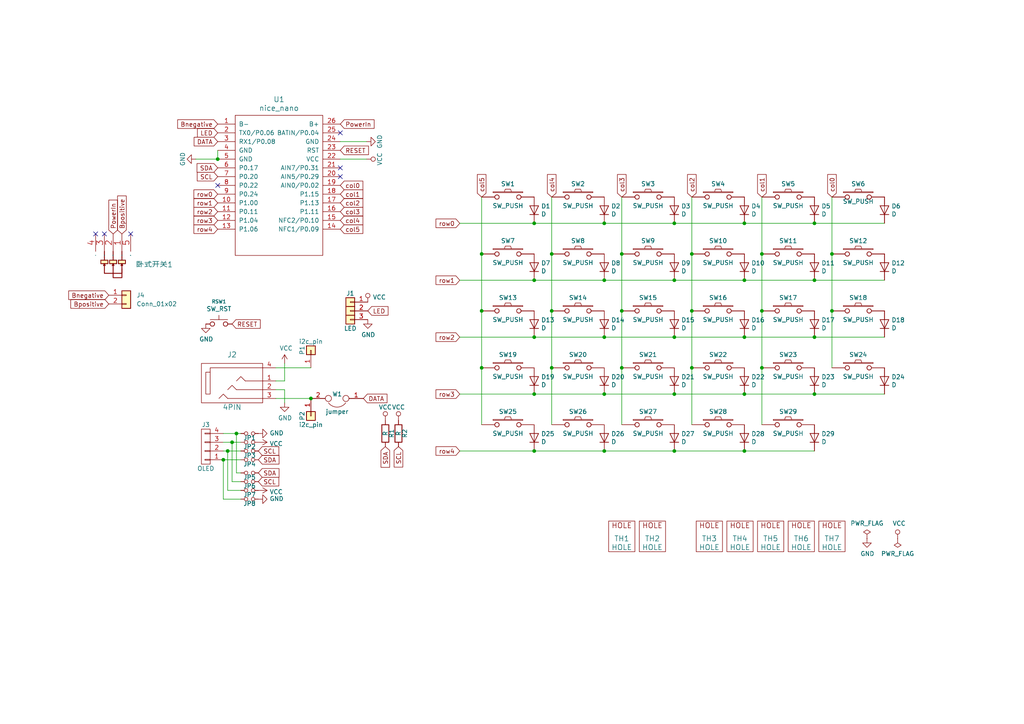
<source format=kicad_sch>
(kicad_sch (version 20230121) (generator eeschema)
  (paper "A4")
  (lib_symbols
    (symbol "Connector_Generic:Conn_01x02" (pin_names (offset 1.016) hide)
      (property "Reference" "J" (at 0 2.54 0))
      (property "Value" "Conn_01x02" (at 0 -5.08 0))
      (symbol "Conn_01x02_1_1"
        (rectangle (start -1.27 -2.413) (end 0 -2.667) (stroke (width 0.1524)))
        (rectangle (start -1.27 0.127) (end 0 -0.127) (stroke (width 0.1524)))
        (rectangle (start -1.27 1.27) (end 1.27 -3.81) (stroke (width 0.254)) (fill (type background)))
        (pin passive line (at -5.08 0 0) (length 3.81) (name "Pin_1") (number "1"))
        (pin passive line (at -5.08 -2.54 0) (length 3.81) (name "Pin_2") (number "2"))
      )
    )
    (symbol "Lily58_Pro-rescue:D-Lily58-cache" (pin_numbers hide) (pin_names (offset 1.016) hide)
      (property "Reference" "D" (at 0 2.54 0))
      (property "Value" "Lily58-cache:D" (at 0 -2.54 0))
      (symbol "D-Lily58-cache_0_1"
        (polyline (pts (xy -1.27 1.27) (xy -1.27 -1.27)) (stroke (width 0.2032)))
        (polyline (pts (xy 1.27 0) (xy -1.27 0)))
        (polyline (pts (xy 1.27 1.27) (xy 1.27 -1.27) (xy -1.27 0) (xy 1.27 1.27)) (stroke (width 0.2032)))
      )
      (symbol "D-Lily58-cache_1_1"
        (pin passive line (at -3.81 0 0) (length 2.54) (name "K") (number "1"))
        (pin passive line (at 3.81 0 180) (length 2.54) (name "A") (number "2"))
      )
    )
    (symbol "Lily58_Pro-rescue:GND-Lily58-cache" (power) (pin_names (offset 0))
      (property "Value" "GND-Lily58-cache" (at 0 -3.81 0))
      (symbol "GND-Lily58-cache_1_1"
        (polyline (pts (xy 0 0) (xy 0 -1.27) (xy 1.27 -1.27) (xy 0 -2.54) (xy -1.27 -1.27) (xy 0 -1.27)))
        (pin power_in line (at 0 0 0) (length 0) hide (name "GND") (number "1"))
      )
    )
    (symbol "Lily58_Pro-rescue:HOLE-Lily58-cache" (pin_names (offset 1.016))
      (property "Reference" "U" (at 0 0 0))
      (property "Value" "Lily58-cache:HOLE" (at 0 -5.08 0))
      (symbol "HOLE-Lily58-cache_0_0"
        (text "HOLE" (at 0 3.81 0) (effects (font (size 1.524 1.524))))
      )
      (symbol "HOLE-Lily58-cache_0_1"
        (rectangle (start 3.81 5.08) (end -3.81 -3.81))
      )
    )
    (symbol "Lily58_Pro-rescue:Jumper-Device" (pin_names (offset 0.762) hide)
      (property "Reference" "JP" (at 0 3.81 0))
      (property "Value" "Device:Jumper" (at 0 -2.032 0))
      (symbol "Jumper-Device_0_1"
        (circle (center -2.54 0) (radius 0.889))
        (arc (start 2.5146 1.27) (mid 0.0078 2.5097) (end -2.4892 1.27))
        (circle (center 2.54 0) (radius 0.889))
        (pin passive line (at -7.62 0 0) (length 4.191) (name "1") (number "1"))
        (pin passive line (at 7.62 0 180) (length 4.191) (name "2") (number "2"))
      )
    )
    (symbol "Lily58_Pro-rescue:Jumper_NO_Small-Device" (pin_numbers hide) (pin_names (offset 0.762) hide)
      (property "Reference" "JP" (at 0 2.032 0))
      (property "Value" "Device:Jumper_NO_Small" (at 0.254 -1.524 0))
      (symbol "Jumper_NO_Small-Device_0_1"
        (circle (center -1.016 0) (radius 0.508))
        (circle (center 1.016 0) (radius 0.508))
        (pin passive line (at -2.54 0 0) (length 1.016) (name "1") (number "1"))
        (pin passive line (at 2.54 0 180) (length 1.016) (name "2") (number "2"))
      )
    )
    (symbol "Lily58_Pro-rescue:LED-Lily58-cache" (pin_names (offset 1.016) hide)
      (property "Reference" "J" (at 0 5.08 0))
      (property "Value" "Lily58-cache:LED" (at 0 -5.08 0))
      (symbol "LED-Lily58-cache_1_1"
        (rectangle (start -1.27 3.81) (end 1.27 -3.81) (stroke (width 0.254)) (fill (type background)))
        (rectangle (start 0 -2.413) (end 1.27 -2.667) (stroke (width 0.1524)))
        (polyline (pts (xy -1.27 -1.27) (xy 1.27 -1.27)) (stroke (width 0.254)))
        (polyline (pts (xy -1.27 1.27) (xy 1.27 1.27)) (stroke (width 0.254)))
        (rectangle (start 0 0.127) (end 1.27 -0.127) (stroke (width 0.1524)))
        (rectangle (start 0 2.667) (end 1.27 2.413) (stroke (width 0.1524)))
        (pin passive line (at 5.08 2.54 180) (length 3.81) (name "Pin_1") (number "1"))
        (pin passive line (at 5.08 0 180) (length 3.81) (name "Pin_2") (number "2"))
        (pin passive line (at 5.08 -2.54 180) (length 3.81) (name "Pin_3") (number "3"))
      )
    )
    (symbol "Lily58_Pro-rescue:MJ-4PP-9-Lily58-cache" (pin_names (offset 1.016))
      (property "Reference" "J" (at -8.89 -7.62 0))
      (property "Value" "Lily58-cache:MJ-4PP-9" (at -3.81 6.35 0))
      (symbol "MJ-4PP-9-Lily58-cache_0_1"
        (rectangle (start -7.62 2.54) (end -8.89 -3.81))
        (polyline (pts (xy 2.54 0) (xy 7.62 0)))
        (polyline (pts (xy -2.54 -5.08) (xy 7.62 -5.08) (xy 7.62 -5.08)))
        (polyline (pts (xy 0 -2.54) (xy -1.27 -1.27) (xy -2.54 -2.54)))
        (polyline (pts (xy 0 0) (xy 1.27 1.27) (xy 2.54 0)))
        (polyline (pts (xy 7.62 3.81) (xy -7.62 3.81) (xy -7.62 2.54)))
        (polyline (pts (xy -2.54 -5.08) (xy -3.81 -3.81) (xy -5.08 -5.08) (xy -5.08 -5.08)))
        (polyline (pts (xy 0 -2.54) (xy 7.62 -2.54) (xy 7.62 -2.54) (xy 7.62 -2.54)))
        (rectangle (start 7.62 -6.35) (end -10.16 5.08))
      )
      (symbol "MJ-4PP-9-Lily58-cache_1_1"
        (pin passive line (at 11.43 0 180) (length 3.81) (name "~") (number "1"))
        (pin passive line (at 11.43 -2.54 180) (length 3.81) (name "~") (number "2"))
        (pin passive line (at 11.43 -5.08 180) (length 3.81) (name "~") (number "3"))
        (pin passive line (at 11.43 3.81 180) (length 3.81) (name "~") (number "4"))
      )
    )
    (symbol "Lily58_Pro-rescue:OLED-Lily58-cache" (pin_names (offset 1.016) hide)
      (property "Reference" "J" (at 0 6.35 0))
      (property "Value" "Lily58-cache:OLED" (at 2.54 0 90))
      (symbol "OLED-Lily58-cache_0_1"
        (rectangle (start -1.27 -3.683) (end 0.254 -3.937))
        (rectangle (start -1.27 -1.143) (end 0.254 -1.397))
        (rectangle (start -1.27 1.397) (end 0.254 1.143))
        (rectangle (start -1.27 3.937) (end 0.254 3.683))
        (rectangle (start -1.27 5.08) (end 1.27 -5.08))
      )
      (symbol "OLED-Lily58-cache_1_1"
        (pin passive line (at -5.08 3.81 0) (length 3.81) (name "P1") (number "1"))
        (pin passive line (at -5.08 1.27 0) (length 3.81) (name "P2") (number "2"))
        (pin passive line (at -5.08 -1.27 0) (length 3.81) (name "P3") (number "3"))
        (pin passive line (at -5.08 -3.81 0) (length 3.81) (name "P4") (number "4"))
      )
    )
    (symbol "Lily58_Pro-rescue:PWR_FLAG-Lily58-cache" (power) (pin_numbers hide) (pin_names (offset 0) hide)
      (property "Value" "PWR_FLAG-Lily58-cache" (at 0 3.81 0))
      (symbol "PWR_FLAG-Lily58-cache_0_0"
        (pin power_out line (at 0 0 90) (length 0) (name "pwr") (number "1"))
      )
      (symbol "PWR_FLAG-Lily58-cache_0_1"
        (polyline (pts (xy 0 0) (xy 0 1.27) (xy -1.016 1.905) (xy 0 2.54) (xy 1.016 1.905) (xy 0 1.27)))
      )
    )
    (symbol "Lily58_Pro-rescue:R-Lily58-cache" (pin_numbers hide) (pin_names (offset 0))
      (property "Reference" "R" (at 0 0 90))
      (property "Value" "Lily58-cache:R" (at -2.54 0 90))
      (symbol "R-Lily58-cache_0_1"
        (rectangle (start -1.016 -2.54) (end 1.016 2.54) (stroke (width 0.254)))
      )
      (symbol "R-Lily58-cache_1_1"
        (pin passive line (at 0 3.81 270) (length 1.27) (name "~") (number "1"))
        (pin passive line (at 0 -3.81 90) (length 1.27) (name "~") (number "2"))
      )
    )
    (symbol "Lily58_Pro-rescue:SW_PUSH-Lily58-cache" (pin_numbers hide) (pin_names (offset 1.016) hide)
      (property "Reference" "SW" (at 3.81 2.794 0))
      (property "Value" "Lily58-cache:SW_PUSH" (at 0 -2.032 0))
      (symbol "SW_PUSH-Lily58-cache_0_1"
        (rectangle (start -4.318 1.27) (end 4.318 1.524))
        (polyline (pts (xy -1.016 1.524) (xy -0.762 2.286) (xy 0.762 2.286) (xy 1.016 1.524)))
        (pin passive inverted (at -7.62 0 0) (length 5.08) (name "1") (number "1"))
        (pin passive inverted (at 7.62 0 180) (length 5.08) (name "2") (number "2"))
      )
    )
    (symbol "Lily58_Pro-rescue:SW_RST-Lily58-cache" (pin_numbers hide) (pin_names (offset 1.016) hide)
      (property "Reference" "RSW" (at 2.54 2.54 0))
      (property "Value" "Lily58-cache:SW_RST" (at 0 -2.54 0))
      (symbol "SW_RST-Lily58-cache_0_1"
        (polyline (pts (xy -2.54 1.27) (xy 2.54 1.27)))
        (polyline (pts (xy 0 2.54) (xy 0 1.27)))
        (pin passive inverted (at -3.81 0 0) (length 2.54) (name "1") (number "1"))
        (pin passive inverted (at 3.81 0 180) (length 2.54) (name "2") (number "2"))
      )
    )
    (symbol "Lily58_Pro-rescue:VCC-Lily58-cache" (power) (pin_names (offset 0))
      (property "Value" "VCC-Lily58-cache" (at 0 3.81 0))
      (symbol "VCC-Lily58-cache_0_1"
        (polyline (pts (xy 0 0) (xy 0 1.27)))
        (circle (center 0 1.905) (radius 0.635))
      )
      (symbol "VCC-Lily58-cache_1_1"
        (pin power_in line (at 0 0 90) (length 0) hide (name "VCC") (number "1"))
      )
    )
    (symbol "Lily58_Pro-rescue:i2c_pin-Lily58-cache" (pin_names (offset 1.016) hide)
      (property "Reference" "J" (at 0 2.54 0))
      (property "Value" "Lily58-cache:i2c_pin" (at 0 -2.54 0))
      (symbol "i2c_pin-Lily58-cache_1_1"
        (rectangle (start -1.27 0.127) (end 0 -0.127) (stroke (width 0.1524)))
        (rectangle (start -1.27 1.27) (end 1.27 -1.27) (stroke (width 0.254)) (fill (type background)))
        (pin passive line (at -5.08 0 0) (length 3.81) (name "Pin_1") (number "1"))
      )
    )
    (symbol "Switch:SK12D07VG5" (pin_names (offset 1.016))
      (property "Reference" "卧式开关" (at 5.08 6.35 0))
      (symbol "SK12D07VG5_0_1"
        (rectangle (start -3.556 2.54) (end -1.524 3.556) (stroke (width 0.254)) (fill (type background)))
        (rectangle (start -1.016 2.54) (end 1.016 3.556) (stroke (width 0.254)) (fill (type background)))
        (polyline (pts (xy -2.54 0) (xy -2.54 2.54)) (stroke (width 0.254)))
        (polyline (pts (xy 0 0) (xy 0 2.54)) (stroke (width 0.254)))
        (polyline (pts (xy 2.54 0) (xy 2.54 2.54)) (stroke (width 0.254)))
        (polyline (pts (xy -2.54 3.556) (xy -2.54 6.35) (xy -2.54 6.35) (xy -2.54 6.35) (xy -2.54 6.35) (xy 2.54 6.35) (xy 2.54 6.35) (xy 2.54 6.35) (xy 2.54 6.35) (xy 2.54 3.556)) (stroke (width 0.254)))
        (polyline (pts (xy -2.54 5.08) (xy -2.54 7.62) (xy -2.54 7.62) (xy -2.54 7.62) (xy -2.54 7.62) (xy 0 7.62) (xy 0 7.62) (xy 0 7.62) (xy 0 7.62) (xy 0 3.556)) (stroke (width 0.254)))
        (polyline (pts (xy -2.286 4.064) (xy -2.794 4.064) (xy -2.794 4.064) (xy -2.794 4.064) (xy -2.794 4.064) (xy -2.54 3.556) (xy -2.54 3.556) (xy -2.54 3.556) (xy -2.54 3.556) (xy -2.286 4.064)) (stroke (width 0.254)))
        (polyline (pts (xy 0.254 4.064) (xy -0.254 4.064) (xy -0.254 4.064) (xy -0.254 4.064) (xy -0.254 4.064) (xy 0 3.556) (xy 0 3.556) (xy 0 3.556) (xy 0 3.556) (xy 0.254 4.064)) (stroke (width 0.254)))
        (polyline (pts (xy 2.794 4.064) (xy 2.286 4.064) (xy 2.286 4.064) (xy 2.286 4.064) (xy 2.286 4.064) (xy 2.54 3.556) (xy 2.54 3.556) (xy 2.54 3.556) (xy 2.54 3.556) (xy 2.794 4.064)) (stroke (width 0.254)))
        (rectangle (start 1.524 2.54) (end 3.556 3.556) (stroke (width 0.254)) (fill (type background)))
        (pin passive line (at -2.54 -5.08 90) (length 5.08) (name "1") (number "1"))
        (pin passive line (at 0 -5.08 90) (length 5.08) (name "2") (number "2"))
        (pin passive line (at 2.54 -5.08 90) (length 5.08) (name "3") (number "3"))
        (pin passive line (at 5.08 -5.08 90) (length 5.08) (name "4") (number "4"))
        (pin passive line (at -5.08 -5.08 90) (length 5.08) (name "5") (number "5"))
      )
    )
    (symbol "nice_nano:nice_nano" (pin_names (offset 1.016))
      (property "Reference" "U" (at 0 0 0))
      (property "Value" "nice_nano" (at 0 2.54 0))
      (symbol "nice_nano_0_1"
        (rectangle (start -12.7 19.05) (end 12.7 -21.59))
      )
      (symbol "nice_nano_1_1"
        (pin power_in line (at -17.78 16.51 0) (length 5.08) (name "B-") (number "1"))
        (pin bidirectional line (at -17.78 -6.35 0) (length 5.08) (name "P1.00") (number "10"))
        (pin bidirectional line (at -17.78 -8.89 0) (length 5.08) (name "P0.11") (number "11"))
        (pin bidirectional line (at -17.78 -11.43 0) (length 5.08) (name "P1.04") (number "12"))
        (pin bidirectional line (at -17.78 -13.97 0) (length 5.08) (name "P1.06") (number "13"))
        (pin bidirectional line (at 17.78 -13.97 180) (length 5.08) (name "NFC1/P0.09") (number "14"))
        (pin bidirectional line (at 17.78 -11.43 180) (length 5.08) (name "NFC2/P0.10") (number "15"))
        (pin bidirectional line (at 17.78 -8.89 180) (length 5.08) (name "P1.11") (number "16"))
        (pin bidirectional line (at 17.78 -6.35 180) (length 5.08) (name "P1.13") (number "17"))
        (pin bidirectional line (at 17.78 -3.81 180) (length 5.08) (name "P1.15") (number "18"))
        (pin bidirectional line (at 17.78 -1.27 180) (length 5.08) (name "AIN0/P0.02") (number "19"))
        (pin bidirectional line (at -17.78 13.97 0) (length 5.08) (name "TX0/P0.06") (number "2"))
        (pin bidirectional line (at 17.78 1.27 180) (length 5.08) (name "AIN5/P0.29") (number "20"))
        (pin bidirectional line (at 17.78 3.81 180) (length 5.08) (name "AIN7/P0.31") (number "21"))
        (pin bidirectional line (at 17.78 6.35 180) (length 5.08) (name "VCC") (number "22"))
        (pin power_in line (at 17.78 8.89 180) (length 5.08) (name "RST") (number "23"))
        (pin input line (at 17.78 11.43 180) (length 5.08) (name "GND") (number "24"))
        (pin power_out line (at 17.78 13.97 180) (length 5.08) (name "BATIN/P0.04") (number "25"))
        (pin power_in line (at 17.78 16.51 180) (length 5.08) (name "B+") (number "26"))
        (pin bidirectional line (at -17.78 11.43 0) (length 5.08) (name "RX1/P0.08") (number "3"))
        (pin power_in line (at -17.78 8.89 0) (length 5.08) (name "GND") (number "4"))
        (pin power_in line (at -17.78 6.35 0) (length 5.08) (name "GND") (number "5"))
        (pin bidirectional line (at -17.78 3.81 0) (length 5.08) (name "P0.17") (number "6"))
        (pin bidirectional line (at -17.78 1.27 0) (length 5.08) (name "P0.20") (number "7"))
        (pin bidirectional line (at -17.78 -1.27 0) (length 5.08) (name "P0.22") (number "8"))
        (pin bidirectional line (at -17.78 -3.81 0) (length 5.08) (name "P0.24") (number "9"))
      )
    )
    (symbol "power:GND" (power) (pin_names (offset 0))
      (property "Value" "GND" (at 0 -3.81 0))
      (symbol "GND_0_1"
        (polyline (pts (xy 0 0) (xy 0 -1.27) (xy 1.27 -1.27) (xy 0 -2.54) (xy -1.27 -1.27) (xy 0 -1.27)))
      )
      (symbol "GND_1_1"
        (pin power_in line (at 0 0 270) (length 0) hide (name "GND") (number "1"))
      )
    )
    (symbol "power:VCC" (power) (pin_names (offset 0))
      (property "Value" "VCC" (at 0 3.81 0))
      (symbol "VCC_0_1"
        (polyline (pts (xy -0.762 1.27) (xy 0 2.54)))
        (polyline (pts (xy 0 0) (xy 0 2.54)))
        (polyline (pts (xy 0 2.54) (xy 0.762 1.27)))
      )
      (symbol "VCC_1_1"
        (pin power_in line (at 0 0 90) (length 0) hide (name "VCC") (number "1"))
      )
    )
  )
  (junction (at 220.98 73.66))
  (junction (at 180.34 90.17))
  (junction (at 175.26 130.81))
  (junction (at 215.9 130.81))
  (junction (at 154.94 97.79))
  (junction (at 154.94 64.77))
  (junction (at 68.58 125.73))
  (junction (at 241.3 90.17))
  (junction (at 200.66 106.68))
  (junction (at 64.77 133.35))
  (junction (at 180.34 106.68))
  (junction (at 139.7 106.68))
  (junction (at 220.98 106.68))
  (junction (at 241.3 73.66))
  (junction (at 160.02 90.17))
  (junction (at 139.7 90.17))
  (junction (at 175.26 97.79))
  (junction (at 195.58 114.3))
  (junction (at 154.94 81.28))
  (junction (at 66.04 130.81))
  (junction (at 220.98 90.17))
  (junction (at 90.17 115.57))
  (junction (at 236.22 81.28))
  (junction (at 215.9 81.28))
  (junction (at 139.7 73.66))
  (junction (at 215.9 114.3))
  (junction (at 175.26 114.3))
  (junction (at 236.22 64.77))
  (junction (at 67.31 128.27))
  (junction (at 195.58 130.81))
  (junction (at 175.26 64.77))
  (junction (at 236.22 114.3))
  (junction (at 200.66 90.17))
  (junction (at 195.58 97.79))
  (junction (at 180.34 73.66))
  (junction (at 236.22 97.79))
  (junction (at 154.94 130.81))
  (junction (at 195.58 81.28))
  (junction (at 175.26 81.28))
  (junction (at 195.58 64.77))
  (junction (at 215.9 64.77))
  (junction (at 160.02 73.66))
  (junction (at 215.9 97.79))
  (junction (at 200.66 73.66))
  (junction (at 160.02 106.68))
  (junction (at 63.1444 46.1518))
  (junction (at 154.94 114.3))
  (no_connect (at 37.8968 67.8434))
  (no_connect (at 27.7368 67.8434))
  (no_connect (at 30.2768 67.8434))
  (no_connect (at 98.7044 51.2318))
  (no_connect (at 63.1444 53.7718))
  (no_connect (at 98.7044 48.6918))
  (no_connect (at 98.7044 38.5318))
  (wire (pts (xy 236.22 81.28) (xy 256.54 81.28)))
  (wire (pts (xy 175.26 81.28) (xy 154.94 81.28)))
  (wire (pts (xy 66.04 130.81) (xy 69.85 130.81)))
  (wire (pts (xy 200.66 73.66) (xy 200.66 90.17)))
  (wire (pts (xy 195.58 81.28) (xy 215.9 81.28)))
  (wire (pts (xy 180.34 90.17) (xy 180.34 106.68)))
  (wire (pts (xy 68.58 125.73) (xy 68.58 137.16)))
  (wire (pts (xy 64.77 144.78) (xy 69.85 144.78)))
  (wire (pts (xy 160.02 106.68) (xy 160.02 123.19)))
  (wire (pts (xy 241.3 90.17) (xy 241.3 73.66)))
  (wire (pts (xy 80.01 113.03) (xy 82.55 113.03)))
  (wire (pts (xy 160.02 57.15) (xy 160.02 73.66)))
  (wire (pts (xy 195.58 64.77) (xy 215.9 64.77)))
  (wire (pts (xy 175.26 64.77) (xy 195.58 64.77)))
  (wire (pts (xy 220.98 73.66) (xy 220.98 90.17)))
  (wire (pts (xy 220.98 106.68) (xy 220.98 90.17)))
  (wire (pts (xy 195.58 97.79) (xy 215.9 97.79)))
  (wire (pts (xy 195.58 114.3) (xy 215.9 114.3)))
  (wire (pts (xy 175.26 97.79) (xy 195.58 97.79)))
  (wire (pts (xy 154.94 64.77) (xy 133.35 64.77)))
  (wire (pts (xy 82.55 113.03) (xy 82.55 116.84)))
  (wire (pts (xy 154.94 81.28) (xy 133.35 81.28)))
  (wire (pts (xy 236.22 114.3) (xy 256.54 114.3)))
  (wire (pts (xy 68.58 137.16) (xy 69.85 137.16)))
  (wire (pts (xy 80.01 106.68) (xy 90.17 106.68)))
  (wire (pts (xy 215.9 97.79) (xy 236.22 97.79)))
  (wire (pts (xy 98.7044 41.0718) (xy 106.3244 41.0718)))
  (wire (pts (xy 175.26 97.79) (xy 154.94 97.79)))
  (wire (pts (xy 66.04 130.81) (xy 66.04 142.24)))
  (wire (pts (xy 67.31 128.27) (xy 67.31 139.7)))
  (wire (pts (xy 64.77 130.81) (xy 66.04 130.81)))
  (wire (pts (xy 200.66 106.68) (xy 200.66 123.19)))
  (wire (pts (xy 98.7044 46.1518) (xy 106.3244 46.1518)))
  (wire (pts (xy 139.7 106.68) (xy 139.7 123.19)))
  (wire (pts (xy 64.77 125.73) (xy 68.58 125.73)))
  (wire (pts (xy 160.02 73.66) (xy 160.02 90.17)))
  (wire (pts (xy 236.22 64.77) (xy 215.9 64.77)))
  (wire (pts (xy 154.94 114.3) (xy 133.35 114.3)))
  (wire (pts (xy 63.1444 43.6118) (xy 63.1444 46.1518)))
  (wire (pts (xy 139.7 90.17) (xy 139.7 106.68)))
  (wire (pts (xy 200.66 90.17) (xy 200.66 106.68)))
  (wire (pts (xy 236.22 97.79) (xy 256.54 97.79)))
  (wire (pts (xy 67.31 128.27) (xy 69.85 128.27)))
  (wire (pts (xy 64.77 133.35) (xy 64.77 144.78)))
  (wire (pts (xy 180.34 57.15) (xy 180.34 73.66)))
  (wire (pts (xy 236.22 64.77) (xy 256.54 64.77)))
  (wire (pts (xy 241.3 90.17) (xy 241.3 106.68)))
  (wire (pts (xy 64.77 128.27) (xy 67.31 128.27)))
  (wire (pts (xy 68.58 125.73) (xy 69.85 125.73)))
  (wire (pts (xy 175.26 64.77) (xy 154.94 64.77)))
  (wire (pts (xy 139.7 73.66) (xy 139.7 90.17)))
  (wire (pts (xy 180.34 106.68) (xy 180.34 123.19)))
  (wire (pts (xy 69.85 133.35) (xy 64.77 133.35)))
  (wire (pts (xy 180.34 73.66) (xy 180.34 90.17)))
  (wire (pts (xy 133.35 130.81) (xy 154.94 130.81)))
  (wire (pts (xy 215.9 114.3) (xy 236.22 114.3)))
  (wire (pts (xy 220.98 57.15) (xy 220.98 73.66)))
  (wire (pts (xy 175.26 114.3) (xy 154.94 114.3)))
  (wire (pts (xy 200.66 57.15) (xy 200.66 73.66)))
  (wire (pts (xy 195.58 130.81) (xy 215.9 130.81)))
  (wire (pts (xy 215.9 81.28) (xy 236.22 81.28)))
  (wire (pts (xy 139.7 57.15) (xy 139.7 73.66)))
  (wire (pts (xy 82.55 105.41) (xy 82.55 110.49)))
  (wire (pts (xy 63.1444 46.1518) (xy 56.7944 46.1518)))
  (wire (pts (xy 82.55 110.49) (xy 80.01 110.49)))
  (wire (pts (xy 80.01 115.57) (xy 90.17 115.57)))
  (wire (pts (xy 220.98 106.68) (xy 220.98 123.19)))
  (wire (pts (xy 67.31 139.7) (xy 69.85 139.7)))
  (wire (pts (xy 215.9 130.81) (xy 236.22 130.81)))
  (wire (pts (xy 154.94 130.81) (xy 175.26 130.81)))
  (wire (pts (xy 175.26 81.28) (xy 195.58 81.28)))
  (wire (pts (xy 175.26 114.3) (xy 195.58 114.3)))
  (wire (pts (xy 154.94 97.79) (xy 133.35 97.79)))
  (wire (pts (xy 175.26 130.81) (xy 195.58 130.81)))
  (wire (pts (xy 241.3 73.66) (xy 241.3 57.15)))
  (wire (pts (xy 66.04 142.24) (xy 69.85 142.24)))
  (wire (pts (xy 160.02 90.17) (xy 160.02 106.68)))
  (global_label "col4" (shape input) (at 160.02 57.15 90) (property "Intersheetrefs" "${INTERSHEET_REFS}" (effects hide)))
  (global_label "RESET" (shape input) (at 67.31 93.98 0) (property "Intersheetrefs" "${INTERSHEET_REFS}" (effects hide)))
  (global_label "row3" (shape input) (at 133.35 114.3 180) (property "Intersheetrefs" "${INTERSHEET_REFS}" (effects hide)))
  (global_label "row0" (shape input) (at 63.1444 56.3118 180) (property "Intersheetrefs" "${INTERSHEET_REFS}" (effects hide)))
  (global_label "col3" (shape input) (at 98.7044 61.3918 0) (property "Intersheetrefs" "${INTERSHEET_REFS}" (effects hide)))
  (global_label "col0" (shape input) (at 241.3 57.15 90) (property "Intersheetrefs" "${INTERSHEET_REFS}" (effects hide)))
  (global_label "Bnegative" (shape input) (at 63.1444 35.9918 180) (property "Intersheetrefs" "${INTERSHEET_REFS}" (effects hide)))
  (global_label "col1" (shape input) (at 220.98 57.15 90) (property "Intersheetrefs" "${INTERSHEET_REFS}" (effects hide)))
  (global_label "row2" (shape input) (at 133.35 97.79 180) (property "Intersheetrefs" "${INTERSHEET_REFS}" (effects hide)))
  (global_label "Bnegative" (shape input) (at 31.5468 85.6234 180) (property "Intersheetrefs" "${INTERSHEET_REFS}" (effects hide)))
  (global_label "PowerIn" (shape input) (at 32.8168 67.8434 90) (property "Intersheetrefs" "${INTERSHEET_REFS}" (effects hide)))
  (global_label "LED" (shape input) (at 63.1444 38.5318 180) (property "Intersheetrefs" "${INTERSHEET_REFS}" (effects hide)))
  (global_label "col4" (shape input) (at 98.7044 63.9318 0) (property "Intersheetrefs" "${INTERSHEET_REFS}" (effects hide)))
  (global_label "SDA" (shape input) (at 74.93 133.35 0) (property "Intersheetrefs" "${INTERSHEET_REFS}" (effects hide)))
  (global_label "RESET" (shape input) (at 98.7044 43.6118 0) (property "Intersheetrefs" "${INTERSHEET_REFS}" (effects hide)))
  (global_label "col1" (shape input) (at 98.7044 56.3118 0) (property "Intersheetrefs" "${INTERSHEET_REFS}" (effects hide)))
  (global_label "SCL" (shape input) (at 63.1444 51.2318 180) (property "Intersheetrefs" "${INTERSHEET_REFS}" (effects hide)))
  (global_label "Bpositive" (shape input) (at 31.5468 88.1634 180) (property "Intersheetrefs" "${INTERSHEET_REFS}" (effects hide)))
  (global_label "row1" (shape input) (at 133.35 81.28 180) (property "Intersheetrefs" "${INTERSHEET_REFS}" (effects hide)))
  (global_label "col5" (shape input) (at 139.7 57.15 90) (property "Intersheetrefs" "${INTERSHEET_REFS}" (effects hide)))
  (global_label "SDA" (shape input) (at 111.76 129.54 270) (property "Intersheetrefs" "${INTERSHEET_REFS}" (effects hide)))
  (global_label "LED" (shape input) (at 106.68 90.17 0) (property "Intersheetrefs" "${INTERSHEET_REFS}" (effects hide)))
  (global_label "DATA" (shape input) (at 105.41 115.57 0) (property "Intersheetrefs" "${INTERSHEET_REFS}" (effects hide)))
  (global_label "SCL" (shape input) (at 74.93 130.81 0) (property "Intersheetrefs" "${INTERSHEET_REFS}" (effects hide)))
  (global_label "col2" (shape input) (at 98.7044 58.8518 0) (property "Intersheetrefs" "${INTERSHEET_REFS}" (effects hide)))
  (global_label "SCL" (shape input) (at 74.93 139.7 0) (property "Intersheetrefs" "${INTERSHEET_REFS}" (effects hide)))
  (global_label "row4" (shape input) (at 133.35 130.81 180) (property "Intersheetrefs" "${INTERSHEET_REFS}" (effects hide)))
  (global_label "row3" (shape input) (at 63.1444 63.9318 180) (property "Intersheetrefs" "${INTERSHEET_REFS}" (effects hide)))
  (global_label "DATA" (shape input) (at 63.1444 41.0718 180) (property "Intersheetrefs" "${INTERSHEET_REFS}" (effects hide)))
  (global_label "row2" (shape input) (at 63.1444 61.3918 180) (property "Intersheetrefs" "${INTERSHEET_REFS}" (effects hide)))
  (global_label "col3" (shape input) (at 180.34 57.15 90) (property "Intersheetrefs" "${INTERSHEET_REFS}" (effects hide)))
  (global_label "row0" (shape input) (at 133.35 64.77 180) (property "Intersheetrefs" "${INTERSHEET_REFS}" (effects hide)))
  (global_label "PowerIn" (shape input) (at 98.7044 35.9918 0) (property "Intersheetrefs" "${INTERSHEET_REFS}" (effects hide)))
  (global_label "col5" (shape input) (at 98.7044 66.4718 0) (property "Intersheetrefs" "${INTERSHEET_REFS}" (effects hide)))
  (global_label "Bpositive" (shape input) (at 35.3568 67.8434 90) (property "Intersheetrefs" "${INTERSHEET_REFS}" (effects hide)))
  (global_label "SCL" (shape input) (at 115.57 129.54 270) (property "Intersheetrefs" "${INTERSHEET_REFS}" (effects hide)))
  (global_label "SDA" (shape input) (at 74.93 137.16 0) (property "Intersheetrefs" "${INTERSHEET_REFS}" (effects hide)))
  (global_label "col0" (shape input) (at 98.7044 53.7718 0) (property "Intersheetrefs" "${INTERSHEET_REFS}" (effects hide)))
  (global_label "row1" (shape input) (at 63.1444 58.8518 180) (property "Intersheetrefs" "${INTERSHEET_REFS}" (effects hide)))
  (global_label "col2" (shape input) (at 200.66 57.15 90) (property "Intersheetrefs" "${INTERSHEET_REFS}" (effects hide)))
  (global_label "SDA" (shape input) (at 63.1444 48.6918 180) (property "Intersheetrefs" "${INTERSHEET_REFS}" (effects hide)))
  (global_label "row4" (shape input) (at 63.1444 66.4718 180) (property "Intersheetrefs" "${INTERSHEET_REFS}" (effects hide)))
  (symbol (lib_id "Lily58_Pro-rescue:SW_PUSH-Lily58-cache") (at 147.32 123.19 0) (unit 1)
    (property "Reference" "SW25" (at 147.32 119.38 0))
    (property "Value" "SW_PUSH" (at 147.32 125.73 0))
    (property "Footprint" "Lily58-footprint:CherryMX_KailhLowProfile_Hotswap" (effects hide))
  )
  (symbol (lib_id "Lily58_Pro-rescue:SW_PUSH-Lily58-cache") (at 167.64 123.19 0) (unit 1)
    (property "Reference" "SW26" (at 167.64 119.38 0))
    (property "Value" "SW_PUSH" (at 167.64 125.73 0))
    (property "Footprint" "Lily58-footprint:CherryMX_KailhLowProfile_Hotswap" (effects hide))
  )
  (symbol (lib_id "Lily58_Pro-rescue:SW_PUSH-Lily58-cache") (at 147.32 57.15 0) (unit 1)
    (property "Reference" "SW1" (at 147.32 53.34 0))
    (property "Value" "SW_PUSH" (at 147.32 59.69 0))
    (property "Footprint" "Lily58-footprint:CherryMX_KailhLowProfile_Hotswap" (effects hide))
  )
  (symbol (lib_id "Lily58_Pro-rescue:D-Lily58-cache") (at 154.94 60.96 90) (unit 1)
    (property "Reference" "D1" (at 156.9466 59.7916 90) (effects (justify right)))
    (property "Value" "D" (at 156.9466 62.103 90) (effects (justify right)))
    (property "Footprint" "Lily58-footprint:Diode_SOD123" (effects hide))
  )
  (symbol (lib_id "Lily58_Pro-rescue:SW_PUSH-Lily58-cache") (at 167.64 57.15 0) (unit 1)
    (property "Reference" "SW2" (at 167.64 53.34 0))
    (property "Value" "SW_PUSH" (at 167.64 59.69 0))
    (property "Footprint" "Lily58-footprint:CherryMX_KailhLowProfile_Hotswap" (effects hide))
  )
  (symbol (lib_id "Lily58_Pro-rescue:D-Lily58-cache") (at 175.26 60.96 90) (unit 1)
    (property "Reference" "D2" (at 177.2666 59.7916 90) (effects (justify right)))
    (property "Value" "D" (at 177.2666 62.103 90) (effects (justify right)))
    (property "Footprint" "Lily58-footprint:Diode_SOD123" (effects hide))
  )
  (symbol (lib_id "Lily58_Pro-rescue:SW_PUSH-Lily58-cache") (at 187.96 57.15 0) (unit 1)
    (property "Reference" "SW3" (at 187.96 53.34 0))
    (property "Value" "SW_PUSH" (at 187.96 59.69 0))
    (property "Footprint" "Lily58-footprint:CherryMX_KailhLowProfile_Hotswap" (effects hide))
  )
  (symbol (lib_id "Lily58_Pro-rescue:D-Lily58-cache") (at 195.58 60.96 90) (unit 1)
    (property "Reference" "D3" (at 197.5866 59.7916 90) (effects (justify right)))
    (property "Value" "D" (at 197.5866 62.103 90) (effects (justify right)))
    (property "Footprint" "Lily58-footprint:Diode_SOD123" (effects hide))
  )
  (symbol (lib_id "Lily58_Pro-rescue:SW_PUSH-Lily58-cache") (at 208.28 57.15 0) (unit 1)
    (property "Reference" "SW4" (at 208.28 53.34 0))
    (property "Value" "SW_PUSH" (at 208.28 59.69 0))
    (property "Footprint" "Lily58-footprint:CherryMX_KailhLowProfile_Hotswap" (effects hide))
  )
  (symbol (lib_id "Lily58_Pro-rescue:D-Lily58-cache") (at 215.9 60.96 90) (unit 1)
    (property "Reference" "D4" (at 217.9066 59.7916 90) (effects (justify right)))
    (property "Value" "D" (at 217.9066 62.103 90) (effects (justify right)))
    (property "Footprint" "Lily58-footprint:Diode_SOD123" (effects hide))
  )
  (symbol (lib_id "Lily58_Pro-rescue:SW_PUSH-Lily58-cache") (at 228.6 57.15 0) (unit 1)
    (property "Reference" "SW5" (at 228.6 53.34 0))
    (property "Value" "SW_PUSH" (at 228.6 59.69 0))
    (property "Footprint" "Lily58-footprint:CherryMX_KailhLowProfile_Hotswap" (effects hide))
  )
  (symbol (lib_id "Lily58_Pro-rescue:D-Lily58-cache") (at 236.22 60.96 90) (unit 1)
    (property "Reference" "D5" (at 238.2266 59.7916 90) (effects (justify right)))
    (property "Value" "D" (at 238.2266 62.103 90) (effects (justify right)))
    (property "Footprint" "Lily58-footprint:Diode_SOD123" (effects hide))
  )
  (symbol (lib_id "Lily58_Pro-rescue:SW_PUSH-Lily58-cache") (at 248.92 57.15 0) (unit 1)
    (property "Reference" "SW6" (at 248.92 53.34 0))
    (property "Value" "SW_PUSH" (at 248.92 58.42 0))
    (property "Footprint" "Lily58-footprint:CherryMX_KailhLowProfile_Hotswap" (effects hide))
  )
  (symbol (lib_id "Lily58_Pro-rescue:D-Lily58-cache") (at 256.54 60.96 90) (unit 1)
    (property "Reference" "D6" (at 258.5466 59.7916 90) (effects (justify right)))
    (property "Value" "D" (at 258.5466 62.103 90) (effects (justify right)))
    (property "Footprint" "Lily58-footprint:Diode_SOD123" (effects hide))
  )
  (symbol (lib_id "Lily58_Pro-rescue:SW_PUSH-Lily58-cache") (at 167.64 73.66 0) (unit 1)
    (property "Reference" "SW8" (at 167.64 69.85 0))
    (property "Value" "SW_PUSH" (at 167.64 76.2 0))
    (property "Footprint" "Lily58-footprint:CherryMX_KailhLowProfile_Hotswap" (effects hide))
  )
  (symbol (lib_id "Lily58_Pro-rescue:SW_PUSH-Lily58-cache") (at 187.96 73.66 0) (unit 1)
    (property "Reference" "SW9" (at 187.96 69.85 0))
    (property "Value" "SW_PUSH" (at 187.96 76.2 0))
    (property "Footprint" "Lily58-footprint:CherryMX_KailhLowProfile_Hotswap" (effects hide))
  )
  (symbol (lib_id "Lily58_Pro-rescue:SW_PUSH-Lily58-cache") (at 208.28 73.66 0) (unit 1)
    (property "Reference" "SW10" (at 208.28 69.85 0))
    (property "Value" "SW_PUSH" (at 208.28 76.2 0))
    (property "Footprint" "Lily58-footprint:CherryMX_KailhLowProfile_Hotswap" (effects hide))
  )
  (symbol (lib_id "Lily58_Pro-rescue:SW_PUSH-Lily58-cache") (at 228.6 73.66 0) (unit 1)
    (property "Reference" "SW11" (at 228.6 69.85 0))
    (property "Value" "SW_PUSH" (at 228.6 76.2 0))
    (property "Footprint" "Lily58-footprint:CherryMX_KailhLowProfile_Hotswap" (effects hide))
  )
  (symbol (lib_id "Lily58_Pro-rescue:SW_PUSH-Lily58-cache") (at 248.92 73.66 0) (unit 1)
    (property "Reference" "SW12" (at 248.92 69.85 0))
    (property "Value" "SW_PUSH" (at 248.92 76.2 0))
    (property "Footprint" "Lily58-footprint:CherryMX_KailhLowProfile_Hotswap" (effects hide))
  )
  (symbol (lib_id "Lily58_Pro-rescue:SW_PUSH-Lily58-cache") (at 147.32 73.66 0) (unit 1)
    (property "Reference" "SW7" (at 147.32 69.85 0))
    (property "Value" "SW_PUSH" (at 147.32 76.2 0))
    (property "Footprint" "Lily58-footprint:CherryMX_KailhLowProfile_Hotswap" (effects hide))
  )
  (symbol (lib_id "Lily58_Pro-rescue:D-Lily58-cache") (at 154.94 77.47 90) (unit 1)
    (property "Reference" "D7" (at 156.9466 76.3016 90) (effects (justify right)))
    (property "Value" "D" (at 156.9466 78.613 90) (effects (justify right)))
    (property "Footprint" "Lily58-footprint:Diode_SOD123" (effects hide))
  )
  (symbol (lib_id "Lily58_Pro-rescue:D-Lily58-cache") (at 175.26 77.47 90) (unit 1)
    (property "Reference" "D8" (at 177.2666 76.3016 90) (effects (justify right)))
    (property "Value" "D" (at 177.2666 78.613 90) (effects (justify right)))
    (property "Footprint" "Lily58-footprint:Diode_SOD123" (effects hide))
  )
  (symbol (lib_id "Lily58_Pro-rescue:D-Lily58-cache") (at 195.58 77.47 90) (unit 1)
    (property "Reference" "D9" (at 197.5866 76.3016 90) (effects (justify right)))
    (property "Value" "D" (at 197.5866 78.613 90) (effects (justify right)))
    (property "Footprint" "Lily58-footprint:Diode_SOD123" (effects hide))
  )
  (symbol (lib_id "Lily58_Pro-rescue:D-Lily58-cache") (at 215.9 77.47 90) (unit 1)
    (property "Reference" "D10" (at 217.9066 76.3016 90) (effects (justify right)))
    (property "Value" "D" (at 217.9066 78.613 90) (effects (justify right)))
    (property "Footprint" "Lily58-footprint:Diode_SOD123" (effects hide))
  )
  (symbol (lib_id "Lily58_Pro-rescue:D-Lily58-cache") (at 236.22 77.47 90) (unit 1)
    (property "Reference" "D11" (at 238.2266 76.3016 90) (effects (justify right)))
    (property "Value" "D" (at 238.2266 78.613 90) (effects (justify right)))
    (property "Footprint" "Lily58-footprint:Diode_SOD123" (effects hide))
  )
  (symbol (lib_id "Lily58_Pro-rescue:D-Lily58-cache") (at 256.54 77.47 90) (unit 1)
    (property "Reference" "D12" (at 258.5466 76.3016 90) (effects (justify right)))
    (property "Value" "D" (at 258.5466 78.613 90) (effects (justify right)))
    (property "Footprint" "Lily58-footprint:Diode_SOD123" (effects hide))
  )
  (symbol (lib_id "Lily58_Pro-rescue:SW_PUSH-Lily58-cache") (at 147.32 90.17 0) (unit 1)
    (property "Reference" "SW13" (at 147.32 86.36 0))
    (property "Value" "SW_PUSH" (at 147.32 92.71 0))
    (property "Footprint" "Lily58-footprint:CherryMX_KailhLowProfile_Hotswap" (effects hide))
  )
  (symbol (lib_id "Lily58_Pro-rescue:SW_PUSH-Lily58-cache") (at 167.64 90.17 0) (unit 1)
    (property "Reference" "SW14" (at 167.64 86.36 0))
    (property "Value" "SW_PUSH" (at 167.64 92.71 0))
    (property "Footprint" "Lily58-footprint:CherryMX_KailhLowProfile_Hotswap" (effects hide))
  )
  (symbol (lib_id "Lily58_Pro-rescue:SW_PUSH-Lily58-cache") (at 187.96 90.17 0) (unit 1)
    (property "Reference" "SW15" (at 187.96 86.36 0))
    (property "Value" "SW_PUSH" (at 187.96 92.71 0))
    (property "Footprint" "Lily58-footprint:CherryMX_KailhLowProfile_Hotswap" (effects hide))
  )
  (symbol (lib_id "Lily58_Pro-rescue:SW_PUSH-Lily58-cache") (at 208.28 90.17 0) (unit 1)
    (property "Reference" "SW16" (at 208.28 86.36 0))
    (property "Value" "SW_PUSH" (at 208.28 92.71 0))
    (property "Footprint" "Lily58-footprint:CherryMX_KailhLowProfile_Hotswap" (effects hide))
  )
  (symbol (lib_id "Lily58_Pro-rescue:SW_PUSH-Lily58-cache") (at 228.6 90.17 0) (unit 1)
    (property "Reference" "SW17" (at 228.6 86.36 0))
    (property "Value" "SW_PUSH" (at 228.6 92.71 0))
    (property "Footprint" "Lily58-footprint:CherryMX_KailhLowProfile_Hotswap" (effects hide))
  )
  (symbol (lib_id "Lily58_Pro-rescue:SW_PUSH-Lily58-cache") (at 248.92 90.17 0) (unit 1)
    (property "Reference" "SW18" (at 248.92 86.36 0))
    (property "Value" "SW_PUSH" (at 248.92 92.71 0))
    (property "Footprint" "Lily58-footprint:CherryMX_KailhLowProfile_Hotswap" (effects hide))
  )
  (symbol (lib_id "Lily58_Pro-rescue:D-Lily58-cache") (at 154.94 93.98 90) (unit 1)
    (property "Reference" "D13" (at 156.9466 92.8116 90) (effects (justify right)))
    (property "Value" "D" (at 156.9466 95.123 90) (effects (justify right)))
    (property "Footprint" "Lily58-footprint:Diode_SOD123" (effects hide))
  )
  (symbol (lib_id "Lily58_Pro-rescue:D-Lily58-cache") (at 175.26 93.98 90) (unit 1)
    (property "Reference" "D14" (at 177.2666 92.8116 90) (effects (justify right)))
    (property "Value" "D" (at 177.2666 95.123 90) (effects (justify right)))
    (property "Footprint" "Lily58-footprint:Diode_SOD123" (effects hide))
  )
  (symbol (lib_id "Lily58_Pro-rescue:D-Lily58-cache") (at 195.58 93.98 90) (unit 1)
    (property "Reference" "D15" (at 197.5866 92.8116 90) (effects (justify right)))
    (property "Value" "D" (at 197.5866 95.123 90) (effects (justify right)))
    (property "Footprint" "Lily58-footprint:Diode_SOD123" (effects hide))
  )
  (symbol (lib_id "Lily58_Pro-rescue:D-Lily58-cache") (at 215.9 93.98 90) (unit 1)
    (property "Reference" "D16" (at 217.9066 92.8116 90) (effects (justify right)))
    (property "Value" "D" (at 217.9066 95.123 90) (effects (justify right)))
    (property "Footprint" "Lily58-footprint:Diode_SOD123" (effects hide))
  )
  (symbol (lib_id "Lily58_Pro-rescue:D-Lily58-cache") (at 236.22 93.98 90) (unit 1)
    (property "Reference" "D17" (at 238.2266 92.8116 90) (effects (justify right)))
    (property "Value" "D" (at 238.2266 95.123 90) (effects (justify right)))
    (property "Footprint" "Lily58-footprint:Diode_SOD123" (effects hide))
  )
  (symbol (lib_id "Lily58_Pro-rescue:D-Lily58-cache") (at 256.54 93.98 90) (unit 1)
    (property "Reference" "D18" (at 258.5466 92.8116 90) (effects (justify right)))
    (property "Value" "D" (at 258.5466 95.123 90) (effects (justify right)))
    (property "Footprint" "Lily58-footprint:Diode_SOD123" (effects hide))
  )
  (symbol (lib_id "Lily58_Pro-rescue:SW_PUSH-Lily58-cache") (at 187.96 106.68 0) (unit 1)
    (property "Reference" "SW21" (at 187.96 102.87 0))
    (property "Value" "SW_PUSH" (at 187.96 109.22 0))
    (property "Footprint" "Lily58-footprint:CherryMX_KailhLowProfile_Hotswap" (effects hide))
  )
  (symbol (lib_id "Lily58_Pro-rescue:SW_PUSH-Lily58-cache") (at 208.28 106.68 0) (unit 1)
    (property "Reference" "SW22" (at 208.28 102.87 0))
    (property "Value" "SW_PUSH" (at 208.28 109.22 0))
    (property "Footprint" "Lily58-footprint:CherryMX_KailhLowProfile_Hotswap" (effects hide))
  )
  (symbol (lib_id "Lily58_Pro-rescue:SW_PUSH-Lily58-cache") (at 228.6 106.68 0) (unit 1)
    (property "Reference" "SW23" (at 228.6 102.87 0))
    (property "Value" "SW_PUSH" (at 228.6 109.22 0))
    (property "Footprint" "Lily58-footprint:CherryMX_KailhLowProfile_Hotswap" (effects hide))
  )
  (symbol (lib_id "Lily58_Pro-rescue:SW_PUSH-Lily58-cache") (at 248.92 106.68 0) (unit 1)
    (property "Reference" "SW24" (at 248.92 102.87 0))
    (property "Value" "SW_PUSH" (at 248.92 109.22 0))
    (property "Footprint" "Lily58-footprint:CherryMX_KailhLowProfile_Hotswap" (effects hide))
  )
  (symbol (lib_id "Lily58_Pro-rescue:SW_PUSH-Lily58-cache") (at 167.64 106.68 0) (unit 1)
    (property "Reference" "SW20" (at 167.64 102.87 0))
    (property "Value" "SW_PUSH" (at 167.64 109.22 0))
    (property "Footprint" "Lily58-footprint:CherryMX_KailhLowProfile_Hotswap" (effects hide))
  )
  (symbol (lib_id "Lily58_Pro-rescue:SW_PUSH-Lily58-cache") (at 147.32 106.68 0) (unit 1)
    (property "Reference" "SW19" (at 147.32 102.87 0))
    (property "Value" "SW_PUSH" (at 147.32 109.22 0))
    (property "Footprint" "Lily58-footprint:CherryMX_KailhLowProfile_Hotswap" (effects hide))
  )
  (symbol (lib_id "Lily58_Pro-rescue:D-Lily58-cache") (at 154.94 110.49 90) (unit 1)
    (property "Reference" "D19" (at 156.9466 109.3216 90) (effects (justify right)))
    (property "Value" "D" (at 156.9466 111.633 90) (effects (justify right)))
    (property "Footprint" "Lily58-footprint:Diode_SOD123" (effects hide))
  )
  (symbol (lib_id "Lily58_Pro-rescue:D-Lily58-cache") (at 175.26 110.49 90) (unit 1)
    (property "Reference" "D20" (at 177.2666 109.3216 90) (effects (justify right)))
    (property "Value" "D" (at 177.2666 111.633 90) (effects (justify right)))
    (property "Footprint" "Lily58-footprint:Diode_SOD123" (effects hide))
  )
  (symbol (lib_id "Lily58_Pro-rescue:D-Lily58-cache") (at 195.58 110.49 90) (unit 1)
    (property "Reference" "D21" (at 197.5866 109.3216 90) (effects (justify right)))
    (property "Value" "D" (at 197.5866 111.633 90) (effects (justify right)))
    (property "Footprint" "Lily58-footprint:Diode_SOD123" (effects hide))
  )
  (symbol (lib_id "Lily58_Pro-rescue:D-Lily58-cache") (at 215.9 110.49 90) (unit 1)
    (property "Reference" "D22" (at 217.9066 109.3216 90) (effects (justify right)))
    (property "Value" "D" (at 217.9066 111.633 90) (effects (justify right)))
    (property "Footprint" "Lily58-footprint:Diode_SOD123" (effects hide))
  )
  (symbol (lib_id "Lily58_Pro-rescue:D-Lily58-cache") (at 236.22 110.49 90) (unit 1)
    (property "Reference" "D23" (at 238.2266 109.3216 90) (effects (justify right)))
    (property "Value" "D" (at 238.2266 111.633 90) (effects (justify right)))
    (property "Footprint" "Lily58-footprint:Diode_SOD123" (effects hide))
  )
  (symbol (lib_id "Lily58_Pro-rescue:D-Lily58-cache") (at 256.54 110.49 90) (unit 1)
    (property "Reference" "D24" (at 258.5466 109.3216 90) (effects (justify right)))
    (property "Value" "D" (at 258.5466 111.633 90) (effects (justify right)))
    (property "Footprint" "Lily58-footprint:Diode_SOD123" (effects hide))
  )
  (symbol (lib_id "Lily58_Pro-rescue:SW_PUSH-Lily58-cache") (at 187.96 123.19 0) (unit 1)
    (property "Reference" "SW27" (at 187.96 119.38 0))
    (property "Value" "SW_PUSH" (at 187.96 125.73 0))
    (property "Footprint" "Lily58-footprint:CherryMX_KailhLowProfile_Hotswap" (effects hide))
  )
  (symbol (lib_id "Lily58_Pro-rescue:SW_PUSH-Lily58-cache") (at 208.28 123.19 0) (unit 1)
    (property "Reference" "SW28" (at 208.28 119.38 0))
    (property "Value" "SW_PUSH" (at 208.28 125.73 0))
    (property "Footprint" "Lily58-footprint:CherryMX_KailhLowProfile_Hotswap" (effects hide))
  )
  (symbol (lib_id "Lily58_Pro-rescue:SW_PUSH-Lily58-cache") (at 228.6 123.19 0) (unit 1)
    (property "Reference" "SW29" (at 228.6 119.38 0))
    (property "Value" "SW_PUSH" (at 228.6 125.73 0))
    (property "Footprint" "Lily58-footprint:CherryMX_KailhLowProfile_Hotswap" (effects hide))
  )
  (symbol (lib_id "Lily58_Pro-rescue:D-Lily58-cache") (at 154.94 127 90) (unit 1)
    (property "Reference" "D25" (at 156.9466 125.8316 90) (effects (justify right)))
    (property "Value" "D" (at 156.9466 128.143 90) (effects (justify right)))
    (property "Footprint" "Lily58-footprint:Diode_SOD123" (effects hide))
  )
  (symbol (lib_id "Lily58_Pro-rescue:D-Lily58-cache") (at 175.26 127 90) (unit 1)
    (property "Reference" "D26" (at 177.2666 125.8316 90) (effects (justify right)))
    (property "Value" "D" (at 177.2666 128.143 90) (effects (justify right)))
    (property "Footprint" "Lily58-footprint:Diode_SOD123" (effects hide))
  )
  (symbol (lib_id "Lily58_Pro-rescue:D-Lily58-cache") (at 195.58 127 90) (unit 1)
    (property "Reference" "D27" (at 197.5866 125.8316 90) (effects (justify right)))
    (property "Value" "D" (at 197.5866 128.143 90) (effects (justify right)))
    (property "Footprint" "Lily58-footprint:Diode_SOD123" (effects hide))
  )
  (symbol (lib_id "Lily58_Pro-rescue:D-Lily58-cache") (at 215.9 127 90) (unit 1)
    (property "Reference" "D28" (at 217.9066 125.8316 90) (effects (justify right)))
    (property "Value" "D" (at 217.9066 128.143 90) (effects (justify right)))
    (property "Footprint" "Lily58-footprint:Diode_SOD123" (effects hide))
  )
  (symbol (lib_id "Lily58_Pro-rescue:D-Lily58-cache") (at 236.22 127 90) (unit 1)
    (property "Reference" "D29" (at 238.2266 125.8316 90) (effects (justify right)))
    (property "Value" "D" (at 238.2266 128.143 90) (effects (justify right)))
    (property "Footprint" "Lily58-footprint:Diode_SOD123" (effects hide))
  )
  (symbol (lib_id "Lily58_Pro-rescue:VCC-Lily58-cache") (at 106.3244 46.1518 270) (unit 1)
    (property "Reference" "#PWR04" (effects hide))
    (property "Value" "VCC" (at 110.1344 46.1518 0))
  )
  (symbol (lib_id "Lily58_Pro-rescue:VCC-Lily58-cache") (at 111.76 121.92 0) (unit 1)
    (property "Reference" "#PWR05" (effects hide))
    (property "Value" "VCC" (at 111.76 118.11 0))
  )
  (symbol (lib_id "Lily58_Pro-rescue:VCC-Lily58-cache") (at 115.57 121.92 0) (unit 1)
    (property "Reference" "#PWR06" (effects hide))
    (property "Value" "VCC" (at 115.57 118.11 0))
  )
  (symbol (lib_id "Lily58_Pro-rescue:R-Lily58-cache") (at 111.76 125.73 0) (unit 1)
    (property "Reference" "R1" (at 114.3 125.73 90) (effects (justify bottom)))
    (property "Value" "R" (at 111.76 125.73 90))
    (property "Footprint" "Lily58-footprint:RESISTOR_mini" (effects hide))
  )
  (symbol (lib_id "Lily58_Pro-rescue:R-Lily58-cache") (at 115.57 125.73 0) (unit 1)
    (property "Reference" "R2" (at 118.11 125.73 90) (effects (justify bottom)))
    (property "Value" "R" (at 115.57 125.73 90))
    (property "Footprint" "Lily58-footprint:RESISTOR_mini" (effects hide))
  )
  (symbol (lib_id "Lily58_Pro-rescue:MJ-4PP-9-Lily58-cache") (at 68.58 110.49 0) (unit 1)
    (property "Reference" "J2" (at 67.31 102.87 0) (effects (font (size 1.524 1.524))))
    (property "Value" "4PIN" (at 67.31 118.11 0) (effects (font (size 1.524 1.524))))
    (property "Footprint" "Lily58-footprint:MJ-4PP-9" (effects hide))
  )
  (symbol (lib_id "Lily58_Pro-rescue:LED-Lily58-cache") (at 101.6 90.17 0) (unit 1)
    (property "Reference" "J1" (at 101.6 85.09 0))
    (property "Value" "LED" (at 101.6 95.25 0))
    (property "Footprint" "Lily58-footprint:LED" (effects hide))
  )
  (symbol (lib_id "Lily58_Pro-rescue:VCC-Lily58-cache") (at 106.68 87.63 0) (unit 1)
    (property "Reference" "#PWR07" (effects hide))
    (property "Value" "VCC" (at 110.0328 86.2076 0))
  )
  (symbol (lib_id "Lily58_Pro-rescue:GND-Lily58-cache") (at 106.68 92.71 0) (unit 1)
    (property "Reference" "#PWR08" (effects hide))
    (property "Value" "GND" (at 106.807 97.1042 0))
  )
  (symbol (lib_id "Lily58_Pro-rescue:GND-Lily58-cache") (at 59.69 93.98 0) (unit 1)
    (property "Reference" "#PWR010" (effects hide))
    (property "Value" "GND" (at 59.817 98.3742 0))
  )
  (symbol (lib_id "Lily58_Pro-rescue:PWR_FLAG-Lily58-cache") (at 251.46 156.21 0) (unit 1)
    (property "Reference" "#FLG01" (effects hide))
    (property "Value" "PWR_FLAG" (at 251.46 151.7904 0))
  )
  (symbol (lib_id "Lily58_Pro-rescue:GND-Lily58-cache") (at 251.46 156.21 0) (unit 1)
    (property "Reference" "#PWR012" (effects hide))
    (property "Value" "GND" (at 251.587 160.6042 0))
  )
  (symbol (lib_id "Lily58_Pro-rescue:VCC-Lily58-cache") (at 260.35 156.21 0) (unit 1)
    (property "Reference" "#PWR013" (effects hide))
    (property "Value" "VCC" (at 260.7818 151.8158 0))
  )
  (symbol (lib_id "Lily58_Pro-rescue:PWR_FLAG-Lily58-cache") (at 260.35 156.21 180) (unit 1)
    (property "Reference" "#FLG02" (effects hide))
    (property "Value" "PWR_FLAG" (at 260.35 160.6042 0))
  )
  (symbol (lib_id "Lily58_Pro-rescue:HOLE-Lily58-cache") (at 180.34 156.21 0) (unit 1)
    (property "Reference" "TH1" (at 180.34 156.21 0) (effects (font (size 1.524 1.524))))
    (property "Value" "HOLE" (at 180.34 158.75 0) (effects (font (size 1.524 1.524))))
    (property "Footprint" "Lily58-footprint:M2_HOLE_PCB" (effects hide))
  )
  (symbol (lib_id "Lily58_Pro-rescue:HOLE-Lily58-cache") (at 189.23 156.21 0) (unit 1)
    (property "Reference" "TH2" (at 189.23 156.21 0) (effects (font (size 1.524 1.524))))
    (property "Value" "HOLE" (at 189.23 158.75 0) (effects (font (size 1.524 1.524))))
    (property "Footprint" "Lily58-footprint:M2_HOLE_PCB" (effects hide))
  )
  (symbol (lib_id "Lily58_Pro-rescue:HOLE-Lily58-cache") (at 214.63 156.21 0) (unit 1)
    (property "Reference" "TH4" (at 214.63 156.21 0) (effects (font (size 1.524 1.524))))
    (property "Value" "HOLE" (at 214.63 158.75 0) (effects (font (size 1.524 1.524))))
    (property "Footprint" "Lily58-footprint:HOLE_M2_TH" (effects hide))
  )
  (symbol (lib_id "Lily58_Pro-rescue:HOLE-Lily58-cache") (at 223.52 156.21 0) (unit 1)
    (property "Reference" "TH5" (at 223.52 156.21 0) (effects (font (size 1.524 1.524))))
    (property "Value" "HOLE" (at 223.52 158.75 0) (effects (font (size 1.524 1.524))))
    (property "Footprint" "Lily58-footprint:HOLE_M2_TH" (effects hide))
  )
  (symbol (lib_id "Lily58_Pro-rescue:HOLE-Lily58-cache") (at 232.41 156.21 0) (unit 1)
    (property "Reference" "TH6" (at 232.41 156.21 0) (effects (font (size 1.524 1.524))))
    (property "Value" "HOLE" (at 232.41 158.75 0) (effects (font (size 1.524 1.524))))
    (property "Footprint" "Lily58-footprint:HOLE_M2_TH" (effects hide))
  )
  (symbol (lib_id "Lily58_Pro-rescue:HOLE-Lily58-cache") (at 241.3 156.21 0) (unit 1)
    (property "Reference" "TH7" (at 241.3 156.21 0) (effects (font (size 1.524 1.524))))
    (property "Value" "HOLE" (at 241.3 158.75 0) (effects (font (size 1.524 1.524))))
    (property "Footprint" "Lily58-footprint:HOLE_M2_TH" (effects hide))
  )
  (symbol (lib_id "Lily58_Pro-rescue:HOLE-Lily58-cache") (at 205.74 156.21 0) (unit 1)
    (property "Reference" "TH3" (at 205.74 156.21 0) (effects (font (size 1.524 1.524))))
    (property "Value" "HOLE" (at 205.74 158.75 0) (effects (font (size 1.524 1.524))))
    (property "Footprint" "Lily58-footprint:HOLE_M2_TH" (effects hide))
  )
  (symbol (lib_id "Lily58_Pro-rescue:GND-Lily58-cache") (at 106.3244 41.0718 90) (unit 1)
    (property "Reference" "#PWR0101" (effects hide))
    (property "Value" "GND" (at 110.1344 41.0718 0))
  )
  (symbol (lib_id "Lily58_Pro-rescue:GND-Lily58-cache") (at 56.7944 46.1518 270) (unit 1)
    (property "Reference" "#PWR0102" (effects hide))
    (property "Value" "GND" (at 52.9844 46.1518 0))
  )
  (symbol (lib_id "Lily58_Pro-rescue:SW_RST-Lily58-cache") (at 63.5 93.98 0) (unit 1)
    (property "Reference" "RSW1" (at 63.5 87.4776 0) (effects (font (size 1.016 1.016))))
    (property "Value" "SW_RST" (at 63.5 89.5858 0))
    (property "Footprint" "Lily58-footprint:TACT_SWITCH_TVBP06" (effects hide))
  )
  (symbol (lib_id "power:GND") (at 82.55 116.84 0) (unit 1)
    (property "Reference" "#PWR02" (effects hide))
    (property "Value" "GND" (at 82.677 121.2342 0))
  )
  (symbol (lib_id "power:VCC") (at 82.55 105.41 0) (unit 1)
    (property "Reference" "#PWR01" (effects hide))
    (property "Value" "VCC" (at 82.9818 101.0158 0))
  )
  (symbol (lib_id "Lily58_Pro-rescue:i2c_pin-Lily58-cache") (at 90.17 101.6 90) (unit 1)
    (property "Reference" "P1" (at 87.63 101.6 0))
    (property "Value" "i2c_pin" (at 90.17 99.06 90))
    (property "Footprint" "Lily58-footprint:1pin_conn" (effects hide))
  )
  (symbol (lib_id "Lily58_Pro-rescue:i2c_pin-Lily58-cache") (at 90.17 120.65 270) (unit 1)
    (property "Reference" "P2" (at 87.63 120.65 0))
    (property "Value" "i2c_pin" (at 90.17 123.19 90))
    (property "Footprint" "Lily58-footprint:1pin_conn" (effects hide))
  )
  (symbol (lib_id "Lily58_Pro-rescue:Jumper-Device") (at 97.79 115.57 180) (unit 1)
    (property "Reference" "W1" (at 97.79 114.3 0))
    (property "Value" "jumper" (at 97.79 119.38 0))
    (property "Footprint" "Lily58-footprint:jumper_data" (effects hide))
  )
  (symbol (lib_id "Lily58_Pro-rescue:OLED-Lily58-cache") (at 59.69 129.54 180) (unit 1)
    (property "Reference" "J3" (at 59.69 123.19 0))
    (property "Value" "OLED" (at 59.69 135.89 0))
    (property "Footprint" "Lily58-footprint:OLED_4Pin" (effects hide))
  )
  (symbol (lib_id "Lily58_Pro-rescue:Jumper_NO_Small-Device") (at 72.39 125.73 0) (unit 1)
    (property "Reference" "JP1" (at 72.39 127 0))
    (property "Value" "Jumper_NO_Small" (effects hide))
    (property "Footprint" "Lily58-footprint:Jumper" (effects hide))
  )
  (symbol (lib_id "Lily58_Pro-rescue:Jumper_NO_Small-Device") (at 72.39 128.27 0) (unit 1)
    (property "Reference" "JP2" (at 72.39 129.54 0))
    (property "Value" "Jumper_NO_Small" (effects hide))
    (property "Footprint" "Lily58-footprint:Jumper" (effects hide))
  )
  (symbol (lib_id "Lily58_Pro-rescue:Jumper_NO_Small-Device") (at 72.39 130.81 0) (unit 1)
    (property "Reference" "JP3" (at 72.39 132.08 0))
    (property "Value" "Jumper_NO_Small" (effects hide))
    (property "Footprint" "Lily58-footprint:Jumper" (effects hide))
  )
  (symbol (lib_id "Lily58_Pro-rescue:Jumper_NO_Small-Device") (at 72.39 133.35 0) (unit 1)
    (property "Reference" "JP4" (at 72.39 134.62 0))
    (property "Value" "Jumper_NO_Small" (effects hide))
    (property "Footprint" "Lily58-footprint:Jumper" (effects hide))
  )
  (symbol (lib_id "Lily58_Pro-rescue:Jumper_NO_Small-Device") (at 72.39 137.16 0) (unit 1)
    (property "Reference" "JP5" (at 72.39 138.43 0))
    (property "Value" "Jumper_NO_Small" (effects hide))
    (property "Footprint" "Lily58-footprint:Jumper" (effects hide))
  )
  (symbol (lib_id "Lily58_Pro-rescue:Jumper_NO_Small-Device") (at 72.39 139.7 0) (unit 1)
    (property "Reference" "JP6" (at 72.39 140.97 0))
    (property "Value" "Jumper_NO_Small" (effects hide))
    (property "Footprint" "Lily58-footprint:Jumper" (effects hide))
  )
  (symbol (lib_id "Lily58_Pro-rescue:Jumper_NO_Small-Device") (at 72.39 142.24 0) (unit 1)
    (property "Reference" "JP7" (at 72.39 143.51 0))
    (property "Value" "Jumper_NO_Small" (effects hide))
    (property "Footprint" "Lily58-footprint:Jumper" (effects hide))
  )
  (symbol (lib_id "Lily58_Pro-rescue:Jumper_NO_Small-Device") (at 72.39 144.78 0) (unit 1)
    (property "Reference" "JP8" (at 72.39 146.05 0))
    (property "Value" "Jumper_NO_Small" (effects hide))
    (property "Footprint" "Lily58-footprint:Jumper" (effects hide))
  )
  (symbol (lib_id "power:GND") (at 74.93 125.73 90) (unit 1)
    (property "Reference" "#PWR03" (effects hide))
    (property "Value" "GND" (at 78.1812 125.603 90) (effects (justify right)))
  )
  (symbol (lib_id "power:VCC") (at 74.93 128.27 270) (unit 1)
    (property "Reference" "#PWR09" (effects hide))
    (property "Value" "VCC" (at 78.1812 128.7018 90) (effects (justify left)))
  )
  (symbol (lib_id "power:GND") (at 74.93 144.78 90) (unit 1)
    (property "Reference" "#PWR014" (effects hide))
    (property "Value" "GND" (at 78.1812 144.653 90) (effects (justify right)))
  )
  (symbol (lib_id "power:VCC") (at 74.93 142.24 270) (unit 1)
    (property "Reference" "#PWR011" (effects hide))
    (property "Value" "VCC" (at 78.1812 142.6718 90) (effects (justify left)))
  )
  (symbol (lib_id "Switch:SK12D07VG5") (at 32.8168 72.9234 180) (unit 1)
    (property "Reference" "卧式开关1" (at 39.4716 76.7334 0) (effects (font (size 1.524 1.524)) (justify right)))
    (property "Footprint" "switch:SW-TH_SK12D07VG5" (effects hide))
    (property "Name" "=Manufacturer Part" (effects hide))
  )
  (symbol (lib_id "nice_nano:nice_nano") (at 80.9244 52.5018 0) (unit 1)
    (property "Reference" "U1" (at 80.9244 28.829 0) (effects (font (size 1.524 1.524))))
    (property "Value" "nice_nano" (at 80.9244 31.369 0) (effects (font (size 1.524 1.524))))
    (property "Footprint" "nice-nano-kicad:NiceNano_rev2" (effects hide))
  )
  (symbol (lib_id "Connector_Generic:Conn_01x02") (at 36.6268 85.6234 0) (unit 1)
    (property "Reference" "J4" (at 39.5732 85.6234 0) (effects (justify left)))
    (property "Value" "Conn_01x02" (at 39.5732 88.1634 0) (effects (justify left)))
    (property "Footprint" "Connector_PinSocket_2.54mm:PinSocket_1x02_P2.54mm_Vertical" (effects hide))
  )
)
</source>
